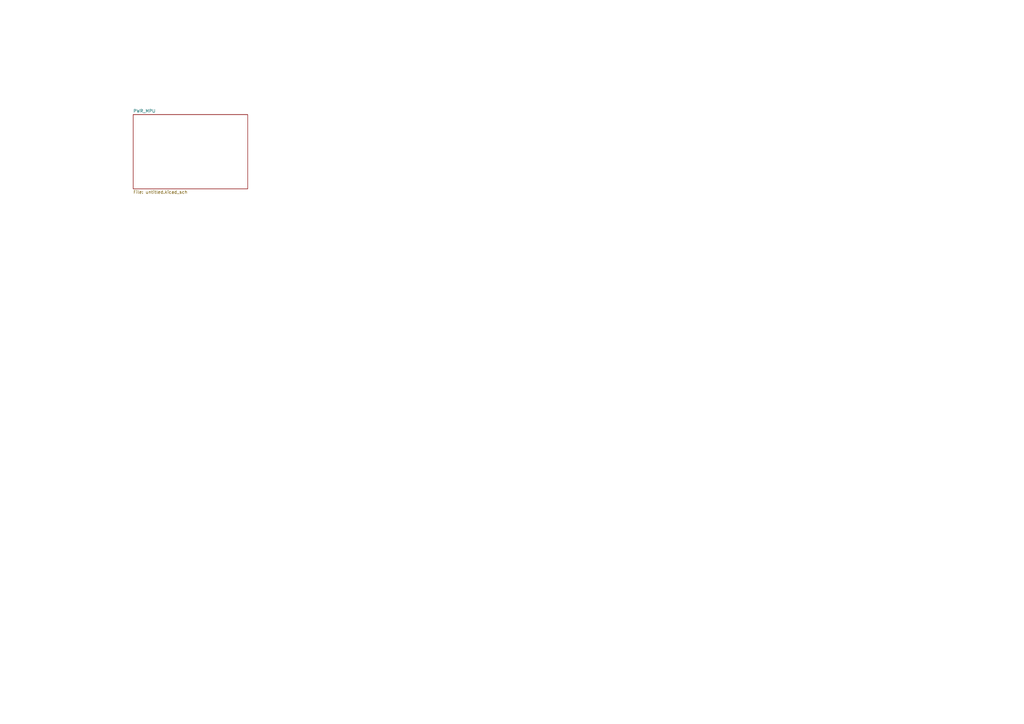
<source format=kicad_sch>
(kicad_sch (version 20250114) (generator "eeschema") (generator_version "9.0")
  (paper "A3")
  (lib_symbols
    (symbol "New_Library:STM32MP157FABx"
      (symbol "STM32MP157FABx_1_1"
        (rectangle (start -22.86 109.22) (end 49.53 -156.21) (fill (type background)))
        (pin power_in line (at -27.94 105.41 0) (length 5.08) (name "VBAT") (number "H3"))
        (pin power_in line (at -27.94 91.44 0) (length 5.08) (name "VDD") (number "K6"))
        (pin power_in line (at -27.94 88.9 0) (length 5.08) (name "VDD") (number "L5"))
        (pin power_in line (at -27.94 86.36 0) (length 5.08) (name "VDD") (number "L7"))
        (pin power_in line (at -27.94 83.82 0) (length 5.08) (name "VDD") (number "M6"))
        (pin power_in line (at -27.94 81.28 0) (length 5.08) (name "VDD") (number "M8"))
        (pin power_in line (at -27.94 78.74 0) (length 5.08) (name "VDD") (number "N5"))
        (pin power_in line (at -27.94 76.2 0) (length 5.08) (name "VDD") (number "N7"))
        (pin power_in line (at -27.94 73.66 0) (length 5.08) (name "VDD") (number "N9"))
        (pin power_in line (at -27.94 71.12 0) (length 5.08) (name "VDD") (number "P6"))
        (pin power_in line (at -27.94 68.58 0) (length 5.08) (name "VDD") (number "P8"))
        (pin power_in line (at -27.94 66.04 0) (length 5.08) (name "VDD") (number "P10"))
        (pin power_in line (at -27.94 63.5 0) (length 5.08) (name "VDD") (number "R7"))
        (pin power_in line (at -27.94 60.96 0) (length 5.08) (name "VDD") (number "R9"))
        (pin power_in line (at -27.94 58.42 0) (length 5.08) (name "VDD") (number "R11"))
        (pin power_in line (at -27.94 35.56 0) (length 5.08) (name "VDD1V2_DSI_PHY") (number "A16"))
        (pin power_in line (at -27.94 30.48 0) (length 5.08) (name "VDD1V2_DSI_REG") (number "B16"))
        (pin power_in line (at -27.94 25.4 0) (length 5.08) (name "VDD3V3_USBFS") (number "W15"))
        (pin power_in line (at -27.94 20.32 0) (length 5.08) (name "VDD3V3_USBHS") (number "W12"))
        (pin power_in line (at -27.94 15.24 0) (length 5.08) (name "VDDA") (number "M4"))
        (pin power_in line (at -27.94 10.16 0) (length 5.08) (name "VDDA1V1_REG") (number "W11"))
        (pin power_in line (at -27.94 5.08 0) (length 5.08) (name "VDDA1V8_DSI") (number "B12"))
        (pin power_in line (at -27.94 0 0) (length 5.08) (name "VDDA1V8_REG") (number "V11"))
        (pin power_in line (at -27.94 -6.35 0) (length 5.08) (name "VDDCORE") (number "E7"))
        (pin power_in line (at -27.94 -8.89 0) (length 5.08) (name "VDDCORE") (number "E9"))
        (pin power_in line (at -27.94 -11.43 0) (length 5.08) (name "VDDCORE") (number "E11"))
        (pin power_in line (at -27.94 -13.97 0) (length 5.08) (name "VDDCORE") (number "E13"))
        (pin power_in line (at -27.94 -16.51 0) (length 5.08) (name "VDDCORE") (number "F4"))
        (pin power_in line (at -27.94 -19.05 0) (length 5.08) (name "VDDCORE") (number "F6"))
        (pin power_in line (at -27.94 -21.59 0) (length 5.08) (name "VDDCORE") (number "F8"))
        (pin power_in line (at -27.94 -24.13 0) (length 5.08) (name "VDDCORE") (number "F10"))
        (pin power_in line (at -27.94 -26.67 0) (length 5.08) (name "VDDCORE") (number "F12"))
        (pin power_in line (at -27.94 -29.21 0) (length 5.08) (name "VDDCORE") (number "G5"))
        (pin power_in line (at -27.94 -31.75 0) (length 5.08) (name "VDDCORE") (number "G7"))
        (pin power_in line (at -27.94 -34.29 0) (length 5.08) (name "VDDCORE") (number "G9"))
        (pin power_in line (at -27.94 -36.83 0) (length 5.08) (name "VDDCORE") (number "G11"))
        (pin power_in line (at -27.94 -39.37 0) (length 5.08) (name "VDDCORE") (number "H4"))
        (pin power_in line (at -27.94 -41.91 0) (length 5.08) (name "VDDCORE") (number "H6"))
        (pin power_in line (at -27.94 -44.45 0) (length 5.08) (name "VDDCORE") (number "H8"))
        (pin power_in line (at -27.94 -46.99 0) (length 5.08) (name "VDDCORE") (number "H10"))
        (pin power_in line (at -27.94 -49.53 0) (length 5.08) (name "VDDCORE") (number "H12"))
        (pin power_in line (at -27.94 -52.07 0) (length 5.08) (name "VDDCORE") (number "J7"))
        (pin power_in line (at -27.94 -54.61 0) (length 5.08) (name "VDDCORE") (number "J9"))
        (pin power_in line (at -27.94 -57.15 0) (length 5.08) (name "VDDCORE") (number "J11"))
        (pin power_in line (at -27.94 -59.69 0) (length 5.08) (name "VDDCORE") (number "J13"))
        (pin power_in line (at -27.94 -62.23 0) (length 5.08) (name "VDDCORE") (number "K8"))
        (pin power_in line (at -27.94 -64.77 0) (length 5.08) (name "VDDCORE") (number "K10"))
        (pin power_in line (at -27.94 -67.31 0) (length 5.08) (name "VDDCORE") (number "K12"))
        (pin power_in line (at -27.94 -69.85 0) (length 5.08) (name "VDDCORE") (number "L9"))
        (pin power_in line (at -27.94 -72.39 0) (length 5.08) (name "VDDCORE") (number "L11"))
        (pin power_in line (at -27.94 -74.93 0) (length 5.08) (name "VDDCORE") (number "L13"))
        (pin power_in line (at -27.94 -77.47 0) (length 5.08) (name "VDDCORE") (number "M10"))
        (pin power_in line (at -27.94 -80.01 0) (length 5.08) (name "VDDCORE") (number "M12"))
        (pin power_in line (at -27.94 -82.55 0) (length 5.08) (name "VDDCORE") (number "N11"))
        (pin power_in line (at -27.94 -85.09 0) (length 5.08) (name "VDDCORE") (number "N13"))
        (pin power_in line (at -27.94 -87.63 0) (length 5.08) (name "VDDCORE") (number "P12"))
        (pin power_in line (at -27.94 -90.17 0) (length 5.08) (name "VDDCORE") (number "R13"))
        (pin power_in line (at -27.94 -97.79 0) (length 5.08) (name "VDDQ_DDR") (number "E15"))
        (pin power_in line (at -27.94 -100.33 0) (length 5.08) (name "VDDQ_DDR") (number "F14"))
        (pin power_in line (at -27.94 -102.87 0) (length 5.08) (name "VDDQ_DDR") (number "G15"))
        (pin power_in line (at -27.94 -105.41 0) (length 5.08) (name "VDDQ_DDR") (number "H14"))
        (pin power_in line (at -27.94 -107.95 0) (length 5.08) (name "VDDQ_DDR") (number "J15"))
        (pin power_in line (at -27.94 -110.49 0) (length 5.08) (name "VDDQ_DDR") (number "K14"))
        (pin power_in line (at -27.94 -113.03 0) (length 5.08) (name "VDDQ_DDR") (number "L15"))
        (pin power_in line (at -27.94 -115.57 0) (length 5.08) (name "VDDQ_DDR") (number "M14"))
        (pin power_in line (at -27.94 -118.11 0) (length 5.08) (name "VDDQ_DDR") (number "N15"))
        (pin power_in line (at -27.94 -120.65 0) (length 5.08) (name "VDDQ_DDR") (number "P14"))
        (pin power_in line (at -27.94 -123.19 0) (length 5.08) (name "VDDQ_DDR") (number "R15"))
        (pin power_in line (at -27.94 -127 0) (length 5.08) (name "VDD_ANA") (number "L3"))
        (pin power_in line (at -27.94 -130.81 0) (length 5.08) (name "VDD_DSI") (number "A12"))
        (pin power_in line (at -27.94 -134.62 0) (length 5.08) (name "VDD_PLL") (number "J5"))
        (pin power_in line (at -27.94 -137.16 0) (length 5.08) (name "VDD_PLL2") (number "G13"))
        (pin input line (at -27.94 -140.97 0) (length 5.08) (name "VREF+") (number "N3"))
        (pin input line (at -27.94 -144.78 0) (length 5.08) (name "VREF-") (number "M3"))
        (pin passive line (at 54.61 106.68 180) (length 5.08) (name "VSS") (number "N6"))
        (pin passive line (at 54.61 104.14 180) (length 5.08) (name "VSS") (number "N10"))
        (pin passive line (at 54.61 101.6 180) (length 5.08) (name "VSS") (number "U8"))
        (pin passive line (at 54.61 99.06 180) (length 5.08) (name "VSS") (number "U6"))
        (pin passive line (at 54.61 96.52 180) (length 5.08) (name "VSS") (number "W1"))
        (pin passive line (at 54.61 93.98 180) (length 5.08) (name "VSS") (number "U17"))
        (pin passive line (at 54.61 91.44 180) (length 5.08) (name "VSS") (number "T4"))
        (pin passive line (at 54.61 88.9 180) (length 5.08) (name "VSS") (number "R8"))
        (pin passive line (at 54.61 86.36 180) (length 5.08) (name "VSS") (number "R6"))
        (pin passive line (at 54.61 83.82 180) (length 5.08) (name "VSS") (number "R2"))
        (pin passive line (at 54.61 81.28 180) (length 5.08) (name "VSS") (number "R16"))
        (pin passive line (at 54.61 78.74 180) (length 5.08) (name "VSS") (number "R14"))
        (pin passive line (at 54.61 76.2 180) (length 5.08) (name "VSS") (number "R12"))
        (pin passive line (at 54.61 73.66 180) (length 5.08) (name "VSS") (number "U3"))
        (pin passive line (at 54.61 71.12 180) (length 5.08) (name "VSS") (number "P9"))
        (pin passive line (at 54.61 68.58 180) (length 5.08) (name "VSS") (number "P7"))
        (pin passive line (at 54.61 66.04 180) (length 5.08) (name "VSS") (number "R10"))
        (pin passive line (at 54.61 63.5 180) (length 5.08) (name "VSS") (number "P13"))
        (pin passive line (at 54.61 60.96 180) (length 5.08) (name "VSS") (number "P11"))
        (pin passive line (at 54.61 58.42 180) (length 5.08) (name "VSS") (number "P15"))
        (pin passive line (at 54.61 55.88 180) (length 5.08) (name "VSS") (number "N8"))
        (pin passive line (at 54.61 53.34 180) (length 5.08) (name "VSS") (number "N14"))
        (pin passive line (at 54.61 50.8 180) (length 5.08) (name "VSS") (number "N12"))
        (pin passive line (at 54.61 48.26 180) (length 5.08) (name "VSS") (number "M9"))
        (pin passive line (at 54.61 45.72 180) (length 5.08) (name "VSS") (number "W19"))
        (pin passive line (at 54.61 43.18 180) (length 5.08) (name "VSS") (number "M7"))
        (pin passive line (at 54.61 40.64 180) (length 5.08) (name "VSS") (number "M5"))
        (pin passive line (at 54.61 38.1 180) (length 5.08) (name "VSS") (number "M15"))
        (pin passive line (at 54.61 35.56 180) (length 5.08) (name "VSS") (number "M13"))
        (pin passive line (at 54.61 33.02 180) (length 5.08) (name "VSS") (number "M11"))
        (pin passive line (at 54.61 30.48 180) (length 5.08) (name "VSS") (number "L8"))
        (pin passive line (at 54.61 27.94 180) (length 5.08) (name "VSS") (number "L6"))
        (pin passive line (at 54.61 25.4 180) (length 5.08) (name "VSS") (number "L14"))
        (pin passive line (at 54.61 22.86 180) (length 5.08) (name "VSS") (number "L12"))
        (pin passive line (at 54.61 20.32 180) (length 5.08) (name "VSS") (number "L10"))
        (pin passive line (at 54.61 17.78 180) (length 5.08) (name "VSS") (number "K9"))
        (pin passive line (at 54.61 15.24 180) (length 5.08) (name "VSS") (number "K7"))
        (pin passive line (at 54.61 12.7 180) (length 5.08) (name "VSS") (number "K5"))
        (pin passive line (at 54.61 10.16 180) (length 5.08) (name "VSS") (number "K2"))
        (pin passive line (at 54.61 7.62 180) (length 5.08) (name "VSS") (number "K15"))
        (pin passive line (at 54.61 5.08 180) (length 5.08) (name "VSS") (number "K13"))
        (pin passive line (at 54.61 2.54 180) (length 5.08) (name "VSS") (number "K11"))
        (pin passive line (at 54.61 0 180) (length 5.08) (name "VSS") (number "J8"))
        (pin passive line (at 54.61 -2.54 180) (length 5.08) (name "VSS") (number "J6"))
        (pin passive line (at 54.61 -5.08 180) (length 5.08) (name "VSS") (number "J3"))
        (pin passive line (at 54.61 -7.62 180) (length 5.08) (name "VSS") (number "J14"))
        (pin passive line (at 54.61 -10.16 180) (length 5.08) (name "VSS") (number "J12"))
        (pin passive line (at 54.61 -12.7 180) (length 5.08) (name "VSS") (number "J10"))
        (pin passive line (at 54.61 -15.24 180) (length 5.08) (name "VSS") (number "H9"))
        (pin passive line (at 54.61 -17.78 180) (length 5.08) (name "VSS") (number "H7"))
        (pin passive line (at 54.61 -20.32 180) (length 5.08) (name "VSS") (number "H5"))
        (pin passive line (at 54.61 -22.86 180) (length 5.08) (name "VSS") (number "H15"))
        (pin passive line (at 54.61 -25.4 180) (length 5.08) (name "VSS") (number "H13"))
        (pin passive line (at 54.61 -27.94 180) (length 5.08) (name "VSS") (number "H11"))
        (pin passive line (at 54.61 -30.48 180) (length 5.08) (name "VSS") (number "G8"))
        (pin passive line (at 54.61 -33.02 180) (length 5.08) (name "VSS") (number "G6"))
        (pin passive line (at 54.61 -35.56 180) (length 5.08) (name "VSS") (number "G4"))
        (pin passive line (at 54.61 -38.1 180) (length 5.08) (name "VSS") (number "G2"))
        (pin passive line (at 54.61 -40.64 180) (length 5.08) (name "VSS") (number "G14"))
        (pin passive line (at 54.61 -43.18 180) (length 5.08) (name "VSS") (number "G12"))
        (pin passive line (at 54.61 -45.72 180) (length 5.08) (name "VSS") (number "G10"))
        (pin passive line (at 54.61 -48.26 180) (length 5.08) (name "VSS") (number "F9"))
        (pin passive line (at 54.61 -50.8 180) (length 5.08) (name "VSS") (number "F7"))
        (pin passive line (at 54.61 -53.34 180) (length 5.08) (name "VSS") (number "F5"))
        (pin passive line (at 54.61 -55.88 180) (length 5.08) (name "VSS") (number "F15"))
        (pin passive line (at 54.61 -58.42 180) (length 5.08) (name "VSS") (number "F11"))
        (pin passive line (at 54.61 -60.96 180) (length 5.08) (name "VSS") (number "E8"))
        (pin passive line (at 54.61 -63.5 180) (length 5.08) (name "VSS") (number "E6"))
        (pin passive line (at 54.61 -66.04 180) (length 5.08) (name "VSS") (number "E5"))
        (pin passive line (at 54.61 -68.58 180) (length 5.08) (name "VSS") (number "E4"))
        (pin passive line (at 54.61 -71.12 180) (length 5.08) (name "VSS") (number "E2"))
        (pin passive line (at 54.61 -73.66 180) (length 5.08) (name "VSS") (number "E16"))
        (pin passive line (at 54.61 -76.2 180) (length 5.08) (name "VSS") (number "E14"))
        (pin passive line (at 54.61 -78.74 180) (length 5.08) (name "VSS") (number "E12"))
        (pin passive line (at 54.61 -81.28 180) (length 5.08) (name "VSS") (number "E10"))
        (pin passive line (at 54.61 -83.82 180) (length 5.08) (name "VSS") (number "D8"))
        (pin passive line (at 54.61 -86.36 180) (length 5.08) (name "VSS") (number "D5"))
        (pin passive line (at 54.61 -88.9 180) (length 5.08) (name "VSS") (number "D4"))
        (pin passive line (at 54.61 -91.44 180) (length 5.08) (name "VSS") (number "D1"))
        (pin passive line (at 54.61 -93.98 180) (length 5.08) (name "VSS") (number "C3"))
        (pin passive line (at 54.61 -96.52 180) (length 5.08) (name "VSS") (number "C17"))
        (pin passive line (at 54.61 -99.06 180) (length 5.08) (name "VSS") (number "A19"))
        (pin passive line (at 54.61 -101.6 180) (length 5.08) (name "VSS") (number "B2"))
        (pin passive line (at 54.61 -104.14 180) (length 5.08) (name "VSS") (number "B6"))
        (pin power_in line (at 54.61 -106.68 180) (length 5.08) (name "VSS") (number "A1"))
        (pin power_in line (at 54.61 -110.49 180) (length 5.08) (name "VSSA") (number "N4"))
        (pin passive line (at 54.61 -113.03 180) (length 5.08) (name "VSSA") (number "P5"))
        (pin passive line (at 54.61 -115.57 180) (length 5.08) (name "VSSA") (number "R5"))
        (pin power_in line (at 54.61 -119.38 180) (length 5.08) (name "VSS_ANA") (number "L4"))
        (pin passive line (at 54.61 -124.46 180) (length 5.08) (name "VSS_DSI") (number "C16"))
        (pin passive line (at 54.61 -127 180) (length 5.08) (name "VSS_DSI") (number "C15"))
        (pin passive line (at 54.61 -129.54 180) (length 5.08) (name "VSS_DSI") (number "C13"))
        (pin passive line (at 54.61 -132.08 180) (length 5.08) (name "VSS_DSI") (number "C14"))
        (pin power_in line (at 54.61 -134.62 180) (length 5.08) (name "VSS_DSI") (number "C12"))
        (pin power_in line (at 54.61 -138.43 180) (length 5.08) (name "VSS_PLL") (number "J4"))
        (pin power_in line (at 54.61 -140.97 180) (length 5.08) (name "VSS_PLL2") (number "F13"))
        (pin passive line (at 54.61 -144.78 180) (length 5.08) (name "VSS_USBHS") (number "V15"))
        (pin passive line (at 54.61 -147.32 180) (length 5.08) (name "VSS_USBHS") (number "U14"))
        (pin passive line (at 54.61 -149.86 180) (length 5.08) (name "VSS_USBHS") (number "V12"))
        (pin power_in line (at 54.61 -152.4 180) (length 5.08) (name "VSS_USBHS") (number "U13"))
      )
      (symbol "STM32MP157FABx_2_1"
        (rectangle (start -8.89 46.99) (end 63.5 -52.07) (fill (type background)))
        (pin bidirectional line (at -13.97 39.37 0) (length 5.08) (name "DDR_BA0") (number "G19"))
        (pin bidirectional line (at -13.97 36.83 0) (length 5.08) (name "DDR_BA1") (number "N17"))
        (pin bidirectional line (at -13.97 34.29 0) (length 5.08) (name "DDR_BA2") (number "J16"))
        (pin bidirectional line (at -13.97 30.48 0) (length 5.08) (name "DDR_DQM0") (number "C18"))
        (pin bidirectional line (at -13.97 27.94 0) (length 5.08) (name "DDR_DQM1") (number "U18"))
        (pin bidirectional line (at -13.97 19.05 0) (length 5.08) (name "DDR_DQS0N") (number "B19"))
        (pin bidirectional line (at -13.97 16.51 0) (length 5.08) (name "DDR_DQS0P") (number "C19"))
        (pin bidirectional line (at -13.97 13.97 0) (length 5.08) (name "DDR_DQS1N") (number "T19"))
        (pin bidirectional line (at -13.97 11.43 0) (length 5.08) (name "DDR_DQS1P") (number "U19"))
        (pin bidirectional line (at -13.97 5.08 0) (length 5.08) (name "DDR_DQ0") (number "A17"))
        (pin bidirectional line (at -13.97 2.54 0) (length 5.08) (name "DDR_DQ1") (number "A18"))
        (pin bidirectional line (at -13.97 0 0) (length 5.08) (name "DDR_DQ2") (number "D18"))
        (pin bidirectional line (at -13.97 -2.54 0) (length 5.08) (name "DDR_DQ3") (number "B17"))
        (pin bidirectional line (at -13.97 -5.08 0) (length 5.08) (name "DDR_DQ4") (number "E18"))
        (pin bidirectional line (at -13.97 -7.62 0) (length 5.08) (name "DDR_DQ5") (number "D17"))
        (pin bidirectional line (at -13.97 -10.16 0) (length 5.08) (name "DDR_DQ6") (number "D19"))
        (pin bidirectional line (at -13.97 -12.7 0) (length 5.08) (name "DDR_DQ7") (number "B18"))
        (pin bidirectional line (at -13.97 -15.24 0) (length 5.08) (name "DDR_DQ8") (number "P18"))
        (pin bidirectional line (at -13.97 -17.78 0) (length 5.08) (name "DDR_DQ9") (number "T17"))
        (pin bidirectional line (at -13.97 -20.32 0) (length 5.08) (name "DDR_DQ10") (number "R18"))
        (pin bidirectional line (at -13.97 -22.86 0) (length 5.08) (name "DDR_DQ11") (number "V19"))
        (pin bidirectional line (at -13.97 -25.4 0) (length 5.08) (name "DDR_DQ12") (number "W18"))
        (pin bidirectional line (at -13.97 -27.94 0) (length 5.08) (name "DDR_DQ13") (number "T18"))
        (pin bidirectional line (at -13.97 -30.48 0) (length 5.08) (name "DDR_DQ14") (number "V18"))
        (pin bidirectional line (at -13.97 -33.02 0) (length 5.08) (name "DDR_DQ15") (number "W17"))
        (pin bidirectional line (at 68.58 39.37 180) (length 5.08) (name "DDR_CLKP") (number "L19"))
        (pin bidirectional line (at 68.58 36.83 180) (length 5.08) (name "DDR_CLKN") (number "K19"))
        (pin bidirectional line (at 68.58 30.48 180) (length 5.08) (name "DDR_A0") (number "H18"))
        (pin bidirectional line (at 68.58 27.94 180) (length 5.08) (name "DDR_A1") (number "M17"))
        (pin bidirectional line (at 68.58 25.4 180) (length 5.08) (name "DDR_A2") (number "G18"))
        (pin bidirectional line (at 68.58 22.86 180) (length 5.08) (name "DDR_A3") (number "F19"))
        (pin bidirectional line (at 68.58 20.32 180) (length 5.08) (name "DDR_A4") (number "P17"))
        (pin bidirectional line (at 68.58 17.78 180) (length 5.08) (name "DDR_A5") (number "H17"))
        (pin bidirectional line (at 68.58 15.24 180) (length 5.08) (name "DDR_A6") (number "N16"))
        (pin bidirectional line (at 68.58 12.7 180) (length 5.08) (name "DDR_A7") (number "E17"))
        (pin bidirectional line (at 68.58 10.16 180) (length 5.08) (name "DDR_A8") (number "R17"))
        (pin bidirectional line (at 68.58 7.62 180) (length 5.08) (name "DDR_A9") (number "G17"))
        (pin bidirectional line (at 68.58 5.08 180) (length 5.08) (name "DDR_A10") (number "M19"))
        (pin bidirectional line (at 68.58 2.54 180) (length 5.08) (name "DDR_A11") (number "M18"))
        (pin bidirectional line (at 68.58 0 180) (length 5.08) (name "DDR_A12") (number "L17"))
        (pin bidirectional line (at 68.58 -2.54 180) (length 5.08) (name "DDR_A13") (number "F17"))
        (pin bidirectional line (at 68.58 -5.08 180) (length 5.08) (name "DDR_A14") (number "N18"))
        (pin bidirectional line (at 68.58 -7.62 180) (length 5.08) (name "DDR_A15") (number "L16"))
        (pin bidirectional line (at 68.58 -12.7 180) (length 5.08) (name "DDR_RASN") (number "L18"))
        (pin bidirectional line (at 68.58 -15.24 180) (length 5.08) (name "DDR_CASN") (number "K17"))
        (pin bidirectional line (at 68.58 -17.78 180) (length 5.08) (name "DDR_CSN") (number "J18"))
        (pin bidirectional line (at 68.58 -20.32 180) (length 5.08) (name "DDR_CKE") (number "P19"))
        (pin bidirectional line (at 68.58 -22.86 180) (length 5.08) (name "DDR_WEN") (number "J17"))
        (pin bidirectional line (at 68.58 -25.4 180) (length 5.08) (name "DDR_ODT") (number "H19"))
        (pin bidirectional line (at 68.58 -31.75 180) (length 5.08) (name "DDR_RESETN") (number "G16"))
        (pin bidirectional line (at 68.58 -35.56 180) (length 5.08) (name "DDR_VREF") (number "W16"))
        (pin bidirectional line (at 68.58 -39.37 180) (length 5.08) (name "DDR_ZQ") (number "F18"))
        (pin bidirectional line (at 68.58 -43.18 180) (length 5.08) (name "DDR_ATO") (number "N19"))
        (pin bidirectional line (at 68.58 -45.72 180) (length 5.08) (name "DDR_DTO1") (number "J19"))
        (pin bidirectional line (at 68.58 -48.26 180) (length 5.08) (name "DDR_DTO0") (number "K18"))
      )
      (symbol "STM32MP157FABx_3_1"
        (rectangle (start -12.7 43.18) (end 34.29 -46.99) (fill (type background)))
        (pin bidirectional line (at -17.78 39.37 0) (length 5.08) (name "PA0") (number "R3"))
        (pin bidirectional line (at -17.78 36.83 0) (length 5.08) (name "PA1") (number "U4"))
        (pin bidirectional line (at -17.78 34.29 0) (length 5.08) (name "PA2") (number "W2"))
        (pin bidirectional line (at -17.78 31.75 0) (length 5.08) (name "PA3") (number "P3"))
        (pin bidirectional line (at -17.78 29.21 0) (length 5.08) (name "PA4") (number "R4"))
        (pin bidirectional line (at -17.78 26.67 0) (length 5.08) (name "PA5") (number "P4"))
        (pin bidirectional line (at -17.78 24.13 0) (length 5.08) (name "PA6") (number "T5"))
        (pin bidirectional line (at -17.78 21.59 0) (length 5.08) (name "PA7") (number "T6"))
        (pin bidirectional line (at -17.78 19.05 0) (length 5.08) (name "PA8") (number "B8"))
        (pin bidirectional line (at -17.78 16.51 0) (length 5.08) (name "PA9") (number "C8"))
        (pin bidirectional line (at -17.78 13.97 0) (length 5.08) (name "PA10") (number "T16"))
        (pin bidirectional line (at -17.78 11.43 0) (length 5.08) (name "PA11") (number "V17"))
        (pin bidirectional line (at -17.78 8.89 0) (length 5.08) (name "PA12") (number "U16"))
        (pin bidirectional line (at -17.78 6.35 0) (length 5.08) (name "PA13") (number "P2"))
        (pin bidirectional line (at -17.78 3.81 0) (length 5.08) (name "PA14") (number "R1"))
        (pin bidirectional line (at -17.78 1.27 0) (length 5.08) (name "PA15") (number "C7"))
        (pin bidirectional line (at -17.78 -3.81 0) (length 5.08) (name "PB0") (number "W3"))
        (pin bidirectional line (at -17.78 -6.35 0) (length 5.08) (name "PB1") (number "V3"))
        (pin bidirectional line (at -17.78 -8.89 0) (length 5.08) (name "PB2") (number "T13"))
        (pin bidirectional line (at -17.78 -11.43 0) (length 5.08) (name "PB3") (number "A7"))
        (pin bidirectional line (at -17.78 -13.97 0) (length 5.08) (name "PB4") (number "B9"))
        (pin bidirectional line (at -17.78 -16.51 0) (length 5.08) (name "PB5") (number "T8"))
        (pin bidirectional line (at -17.78 -19.05 0) (length 5.08) (name "PB6") (number "T12"))
        (pin bidirectional line (at -17.78 -21.59 0) (length 5.08) (name "PB7") (number "B5"))
        (pin bidirectional line (at -17.78 -24.13 0) (length 5.08) (name "PB8") (number "W6"))
        (pin bidirectional line (at -17.78 -26.67 0) (length 5.08) (name "PB9") (number "D9"))
        (pin bidirectional line (at -17.78 -29.21 0) (length 5.08) (name "PB10") (number "W5"))
        (pin bidirectional line (at -17.78 -31.75 0) (length 5.08) (name "PB11") (number "V1"))
        (pin bidirectional line (at -17.78 -34.29 0) (length 5.08) (name "PB12") (number "V5"))
        (pin bidirectional line (at -17.78 -36.83 0) (length 5.08) (name "PB13") (number "T9"))
        (pin bidirectional line (at -17.78 -39.37 0) (length 5.08) (name "PB14") (number "C9"))
        (pin bidirectional line (at -17.78 -41.91 0) (length 5.08) (name "PB15") (number "A8"))
        (pin bidirectional line (at 39.37 39.37 180) (length 5.08) (name "PC0") (number "T7"))
        (pin bidirectional line (at 39.37 36.83 180) (length 5.08) (name "PC1") (number "V2"))
        (pin bidirectional line (at 39.37 34.29 180) (length 5.08) (name "PC2") (number "T2"))
        (pin bidirectional line (at 39.37 31.75 180) (length 5.08) (name "PC3") (number "T3"))
        (pin bidirectional line (at 39.37 29.21 180) (length 5.08) (name "PC4") (number "W4"))
        (pin bidirectional line (at 39.37 26.67 180) (length 5.08) (name "PC5") (number "V4"))
        (pin bidirectional line (at 39.37 24.13 180) (length 5.08) (name "PC6") (number "D10"))
        (pin bidirectional line (at 39.37 21.59 180) (length 5.08) (name "PC7") (number "A9"))
        (pin bidirectional line (at 39.37 19.05 180) (length 5.08) (name "PC8") (number "C11"))
        (pin bidirectional line (at 39.37 16.51 180) (length 5.08) (name "PC9") (number "A10"))
        (pin bidirectional line (at 39.37 13.97 180) (length 5.08) (name "PC10") (number "D11"))
        (pin bidirectional line (at 39.37 11.43 180) (length 5.08) (name "PC11") (number "A11"))
        (pin bidirectional line (at 39.37 8.89 180) (length 5.08) (name "PC12") (number "C10"))
        (pin bidirectional line (at 39.37 6.35 180) (length 5.08) (name "PC13") (number "K3"))
        (pin bidirectional line (at 39.37 3.81 180) (length 5.08) (name "PC14") (number "H1"))
        (pin bidirectional line (at 39.37 1.27 180) (length 5.08) (name "PC15") (number "H2"))
        (pin bidirectional line (at 39.37 -3.81 180) (length 5.08) (name "PD0") (number "A3"))
        (pin bidirectional line (at 39.37 -6.35 180) (length 5.08) (name "PD1") (number "A4"))
        (pin bidirectional line (at 39.37 -8.89 180) (length 5.08) (name "PD2") (number "B10"))
        (pin bidirectional line (at 39.37 -11.43 180) (length 5.08) (name "PD3") (number "C6"))
        (pin bidirectional line (at 39.37 -13.97 180) (length 5.08) (name "PD4") (number "D6"))
        (pin bidirectional line (at 39.37 -16.51 180) (length 5.08) (name "PD5") (number "D7"))
        (pin bidirectional line (at 39.37 -19.05 180) (length 5.08) (name "PD6") (number "E3"))
        (pin bidirectional line (at 39.37 -21.59 180) (length 5.08) (name "PD7") (number "B4"))
        (pin bidirectional line (at 39.37 -24.13 180) (length 5.08) (name "PD8") (number "F2"))
        (pin bidirectional line (at 39.37 -26.67 180) (length 5.08) (name "PD9") (number "G3"))
        (pin bidirectional line (at 39.37 -29.21 180) (length 5.08) (name "PD10") (number "C5"))
        (pin bidirectional line (at 39.37 -31.75 180) (length 5.08) (name "PD11") (number "V8"))
        (pin bidirectional line (at 39.37 -34.29 180) (length 5.08) (name "PD12") (number "U11"))
        (pin bidirectional line (at 39.37 -36.83 180) (length 5.08) (name "PD13") (number "U12"))
        (pin bidirectional line (at 39.37 -39.37 180) (length 5.08) (name "PD14") (number "F3"))
        (pin bidirectional line (at 39.37 -41.91 180) (length 5.08) (name "PD15") (number "G1"))
      )
      (symbol "STM32MP157FABx_4_1"
        (rectangle (start 10.16 44.45) (end 44.45 -1.27) (fill (type background)))
        (pin bidirectional line (at 5.08 41.91 0) (length 5.08) (name "PE0") (number "C4"))
        (pin bidirectional line (at 5.08 39.37 0) (length 5.08) (name "PE1") (number "B1"))
        (pin bidirectional line (at 5.08 36.83 0) (length 5.08) (name "PE2") (number "T1"))
        (pin bidirectional line (at 5.08 34.29 0) (length 5.08) (name "PE3") (number "A5"))
        (pin bidirectional line (at 5.08 31.75 0) (length 5.08) (name "PE4") (number "B11"))
        (pin bidirectional line (at 5.08 29.21 0) (length 5.08) (name "PE5") (number "B7"))
        (pin bidirectional line (at 5.08 26.67 0) (length 5.08) (name "PE6") (number "B3"))
        (pin bidirectional line (at 5.08 24.13 0) (length 5.08) (name "PE7") (number "T10"))
        (pin bidirectional line (at 5.08 21.59 0) (length 5.08) (name "PE8") (number "T11"))
        (pin bidirectional line (at 5.08 19.05 0) (length 5.08) (name "PE9") (number "W7"))
        (pin bidirectional line (at 5.08 16.51 0) (length 5.08) (name "PE10") (number "V10"))
        (pin bidirectional line (at 5.08 13.97 0) (length 5.08) (name "PE11") (number "C1"))
        (pin bidirectional line (at 5.08 11.43 0) (length 5.08) (name "PE12") (number "D2"))
        (pin bidirectional line (at 5.08 8.89 0) (length 5.08) (name "PE13") (number "C2"))
        (pin bidirectional line (at 5.08 6.35 0) (length 5.08) (name "PE14") (number "D3"))
        (pin bidirectional line (at 5.08 3.81 0) (length 5.08) (name "PE15") (number "E1"))
        (pin bidirectional line (at 49.53 41.91 180) (length 5.08) (name "PF6") (number "V9"))
        (pin bidirectional line (at 49.53 39.37 180) (length 5.08) (name "PF7") (number "W8"))
        (pin bidirectional line (at 49.53 36.83 180) (length 5.08) (name "PF8") (number "U10"))
        (pin bidirectional line (at 49.53 34.29 180) (length 5.08) (name "PF9") (number "W9"))
        (pin bidirectional line (at 49.53 31.75 180) (length 5.08) (name "PF10") (number "U9"))
        (pin bidirectional line (at 49.53 29.21 180) (length 5.08) (name "PF11") (number "U5"))
        (pin bidirectional line (at 49.53 24.13 180) (length 5.08) (name "PG6") (number "A6"))
        (pin bidirectional line (at 49.53 21.59 180) (length 5.08) (name "PG7") (number "W10"))
        (pin bidirectional line (at 49.53 19.05 180) (length 5.08) (name "PG8") (number "U7"))
        (pin bidirectional line (at 49.53 16.51 180) (length 5.08) (name "PG9") (number "T14"))
        (pin bidirectional line (at 49.53 13.97 180) (length 5.08) (name "PG10") (number "V7"))
        (pin bidirectional line (at 49.53 11.43 180) (length 5.08) (name "PG11") (number "V6"))
        (pin bidirectional line (at 49.53 8.89 180) (length 5.08) (name "PG12") (number "F1"))
        (pin bidirectional line (at 49.53 6.35 180) (length 5.08) (name "PG13") (number "U2"))
        (pin bidirectional line (at 49.53 3.81 180) (length 5.08) (name "PG14") (number "U1"))
        (pin bidirectional line (at 49.53 1.27 180) (length 5.08) (name "PG15") (number "A2"))
      )
      (symbol "STM32MP157FABx_5_1"
        (rectangle (start -16.51 11.43) (end 12.7 -24.13) (fill (type background)))
        (pin input line (at -21.59 7.62 0) (length 5.08) (name "BOOT0") (number "K1"))
        (pin input line (at -21.59 5.08 0) (length 5.08) (name "BOOT1") (number "K4"))
        (pin input line (at -21.59 2.54 0) (length 5.08) (name "BOOT2") (number "L2"))
        (pin output line (at -21.59 -1.27 0) (length 5.08) (name "PWR_LP") (number "P1"))
        (pin output line (at -21.59 -3.81 0) (length 5.08) (name "PWR_ON") (number "L1"))
        (pin input line (at -21.59 -8.89 0) (length 5.08) (name "NRST") (number "J1"))
        (pin input line (at -21.59 -11.43 0) (length 5.08) (name "NRST_CORE") (number "J2"))
        (pin bidirectional line (at -21.59 -15.24 0) (length 5.08) (name "BYPASS_REG1V8") (number "T15"))
        (pin bidirectional line (at -21.59 -17.78 0) (length 5.08) (name "PDR_ON") (number "N2"))
        (pin bidirectional line (at -21.59 -20.32 0) (length 5.08) (name "PDR_ON_CORE") (number "N1"))
        (pin bidirectional line (at 17.78 7.62 180) (length 5.08) (name "PH0") (number "M1"))
        (pin bidirectional line (at 17.78 5.08 180) (length 5.08) (name "PH1") (number "M2"))
        (pin bidirectional line (at 17.78 -1.27 180) (length 5.08) (name "NJTRST") (number "D12"))
        (pin bidirectional line (at 17.78 -3.81 180) (length 5.08) (name "JTMS") (number "D15"))
        (pin bidirectional line (at 17.78 -6.35 180) (length 5.08) (name "JTDO") (number "D14"))
        (pin bidirectional line (at 17.78 -8.89 180) (length 5.08) (name "JTDI") (number "D13"))
        (pin bidirectional line (at 17.78 -11.43 180) (length 5.08) (name "JTCK") (number "D16"))
      )
      (symbol "STM32MP157FABx_6_1"
        (rectangle (start 1.27 19.05) (end 39.37 1.27) (fill (type background)))
        (pin bidirectional line (at -3.81 16.51 0) (length 5.08) (name "OTG_VBUS") (number "U15"))
        (pin bidirectional line (at -3.81 13.97 0) (length 5.08) (name "USB_DM1") (number "W14"))
        (pin bidirectional line (at -3.81 11.43 0) (length 5.08) (name "USB_DM2") (number "V13"))
        (pin bidirectional line (at -3.81 8.89 0) (length 5.08) (name "USB_DP1") (number "V14"))
        (pin bidirectional line (at -3.81 6.35 0) (length 5.08) (name "USB_DP2") (number "W13"))
        (pin bidirectional line (at -3.81 3.81 0) (length 5.08) (name "USB_RREF") (number "V16"))
        (pin bidirectional line (at 44.45 16.51 180) (length 5.08) (name "DSIHOST_CKN") (number "A14"))
        (pin bidirectional line (at 44.45 13.97 180) (length 5.08) (name "DSIHOST_CKP") (number "B14"))
        (pin bidirectional line (at 44.45 11.43 180) (length 5.08) (name "DSIHOST_D0N") (number "A13"))
        (pin bidirectional line (at 44.45 8.89 180) (length 5.08) (name "DSIHOST_D0P") (number "B13"))
        (pin bidirectional line (at 44.45 6.35 180) (length 5.08) (name "DSIHOST_D1N") (number "A15"))
        (pin bidirectional line (at 44.45 3.81 180) (length 5.08) (name "DSIHOST_D1P") (number "B15"))
      )
    )
  )
  (symbol (lib_id "New_Library:STM32MP157FABx") (at 16.51 -210.82 0) (unit 4)
    (property "Reference" "U2" (effects (hide yes)))
    (property "Value" "STM32MP157FABx" (effects (hide yes)))
    (property "Footprint" "Package_BGA:ST_LFBGA-354_16x16mm_Layout19x19_P0.8mm" (effects (hide yes)))
    (property "Datasheet" "https://www.st.com/resource/en/datasheet/stm32mp157f.pdf" (effects (hide yes)))
    (property "Description" "STMicroelectronics Arm Cortex-A7 MCU, 0KB flash, 708KB RAM, 98 GPIO, LFBGA354" (effects (hide yes)))
  )
  (symbol (lib_id "New_Library:STM32MP157FABx") (at -176.53 -234.95 0) (unit 2)
    (property "Reference" "U2" (effects (hide yes)))
    (property "Value" "STM32MP157FABx" (effects (hide yes)))
    (property "Footprint" "Package_BGA:ST_LFBGA-354_16x16mm_Layout19x19_P0.8mm" (effects (hide yes)))
    (property "Datasheet" "https://www.st.com/resource/en/datasheet/stm32mp157f.pdf" (effects (hide yes)))
    (property "Description" "STMicroelectronics Arm Cortex-A7 MCU, 0KB flash, 708KB RAM, 98 GPIO, LFBGA354" (effects (hide yes)))
  )
  (symbol (lib_id "New_Library:STM32MP157FABx") (at 166.37 -220.98 0) (unit 6)
    (property "Reference" "U2" (effects (hide yes)))
    (property "Value" "STM32MP157FABx" (effects (hide yes)))
    (property "Footprint" "Package_BGA:ST_LFBGA-354_16x16mm_Layout19x19_P0.8mm" (effects (hide yes)))
    (property "Datasheet" "https://www.st.com/resource/en/datasheet/stm32mp157f.pdf" (effects (hide yes)))
    (property "Description" "STMicroelectronics Arm Cortex-A7 MCU, 0KB flash, 708KB RAM, 98 GPIO, LFBGA354" (effects (hide yes)))
  )
  (symbol (lib_id "New_Library:STM32MP157FABx") (at 119.38 -237.49 0) (unit 5)
    (property "Reference" "U2" (effects (hide yes)))
    (property "Value" "STM32MP157FABx" (effects (hide yes)))
    (property "Footprint" "Package_BGA:ST_LFBGA-354_16x16mm_Layout19x19_P0.8mm" (effects (hide yes)))
    (property "Datasheet" "https://www.st.com/resource/en/datasheet/stm32mp157f.pdf" (effects (hide yes)))
    (property "Description" "STMicroelectronics Arm Cortex-A7 MCU, 0KB flash, 708KB RAM, 98 GPIO, LFBGA354" (effects (hide yes)))
  )
  (symbol (lib_id "New_Library:STM32MP157FABx") (at -54.61 -232.41 0) (unit 3)
    (property "Reference" "U2" (effects (hide yes)))
    (property "Value" "STM32MP157FABx" (effects (hide yes)))
    (property "Footprint" "Package_BGA:ST_LFBGA-354_16x16mm_Layout19x19_P0.8mm" (effects (hide yes)))
    (property "Datasheet" "https://www.st.com/resource/en/datasheet/stm32mp157f.pdf" (effects (hide yes)))
    (property "Description" "STMicroelectronics Arm Cortex-A7 MCU, 0KB flash, 708KB RAM, 98 GPIO, LFBGA354" (effects (hide yes)))
  )
  (sheet (at 54.61 46.99) (size 46.99 30.48) (stroke (width 0.1524))
    (property "Sheetname" "PWR_MPU" (at 54.61 46.2784 0) (effects (justify left bottom)))
    (property "Sheetfile" "untitled.kicad_sch" (at 54.61 78.0546 0) (effects (justify left top)))
  )
)
</source>
